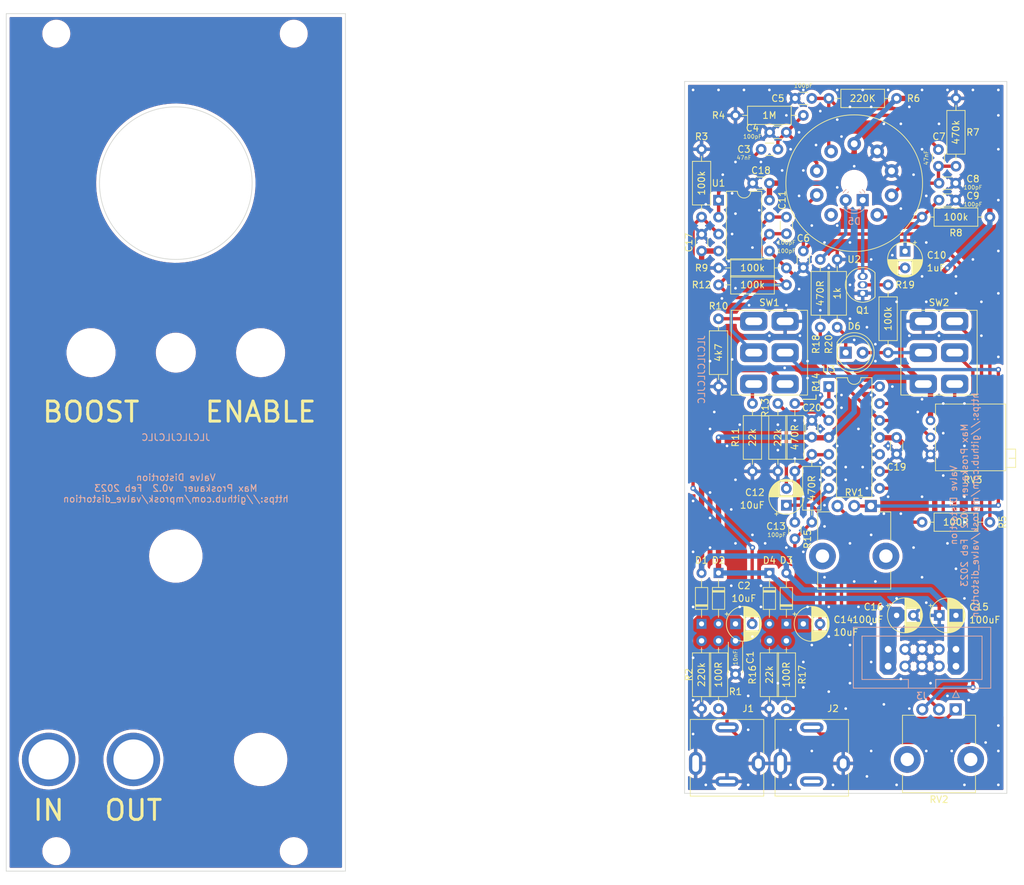
<source format=kicad_pcb>
(kicad_pcb (version 20211014) (generator pcbnew)
  (layers (0 "F.Cu" signal) (31 "B.Cu" signal) (34 "B.Paste" user) (35 "F.Paste" user) (36 "B.SilkS" user "B.Silkscreen") (37 "F.SilkS" user "F.Silkscreen") (38 "B.Mask" user) (39 "F.Mask" user) (44 "Edge.Cuts" user))
  (net 0 "")
  (net 1 "+12V")
  (net 2 "GND")
  (net 3 "-12V")
  (net 4 "/IN_FILTER")
  (net 5 "/IN_BUF_IN")
  (net 6 "/DIST_BUF_IN")
  (net 7 "/G1")
  (net 8 "/DIST_IN")
  (net 9 "/G2")
  (net 10 "/A1")
  (net 11 "/A2")
  (net 12 "/DIST_OUT")
  (net 13 "/DIST_BUF_FB")
  (net 14 "/VOL_IN")
  (net 15 "/OUT_FILTER")
  (net 16 "/INPUT")
  (net 17 "/VOL_BUF_IN")
  (net 18 "/K1")
  (net 19 "/GAIN")
  (net 20 "/VOL_OUT")
  (net 21 "/ENABLE")
  (net 22 "/VOL_INV_IN")
  (net 23 "/OUTPUT")
  (net 24 "/LED_EN_K")
  (net 26 "/BOOST_LOW")
  (net 27 "/BOOST_HIGH")
  (net 28 "/VOL_BUF_OUT")
  (net 29 "/OUT_SW")
  (net 30 "/K1_VOLTAGE")
  (net 31 "/LED_REF")
  (net 33 "/U2D_FB")
  (net 34 "/SIG_LED_K")
  (net 35 "/SIG_LED_A")
  (net 36 "/Q1_B")
  (net 37 "/SIG_COMP_OUT")
  (footprint "Package_DIP:DIP-8_W7.62mm" (layer "F.Cu") (at 158.27 66.63)
    (fp_text reference "U1")
    (fp_text value "NE5532")
  )
  (footprint "Potentiometer_THT:Potentiometer_TT_P0915N" (layer "F.Cu") (at 193.78 142.94 180)
    (fp_text reference "RV2")
    (fp_text value "100k LIN")
  )
  (footprint "Resistor_THT:R_Axial_DIN0207_L6.3mm_D2.5mm_P10.16mm_Horizontal" (layer "F.Cu") (at 165.88 132.66 -90)
    (fp_text reference "R16")
    (fp_text value "22k")
  )
  (footprint "Resistor_THT:R_Axial_DIN0207_L6.3mm_D2.5mm_P10.16mm_Horizontal" (layer "F.Cu") (at 155.72 69.16 90)
    (fp_text reference "R3")
    (fp_text value "100k")
  )
  (footprint "Capacitor_THT:C_Disc_D3.0mm_W1.6mm_P2.50mm" (layer "F.Cu") (at 172.23 51.38 180)
    (fp_text reference "C5")
    (fp_text value "100pF")
  )
  (footprint "kosmo-lib:Switch_DPDT" (layer "F.Cu") (at 191.28 89.48)
    (fp_text reference "SW2")
    (fp_text value "ENABLE")
  )
  (footprint "Capacitor_THT:C_Disc_D3.0mm_W1.6mm_P2.50mm" (layer "F.Cu") (at 170.96 74.24 -90)
    (fp_text reference "C6")
    (fp_text value "100pF")
  )
  (footprint "Resistor_THT:R_Axial_DIN0207_L6.3mm_D2.5mm_P10.16mm_Horizontal" (layer "F.Cu") (at 172.23 104.72 -90)
    (fp_text reference "R15")
    (fp_text value "470R")
  )
  (footprint "LED_THT:LED_D5.0mm" (layer "F.Cu") (at 177.31 89.48)
    (fp_text reference "D6")
    (fp_text value "ENABLE" hide)
  )
  (footprint "Package_DIP:DIP-14_W7.62mm" (layer "F.Cu") (at 174.77 94.56)
    (fp_text reference "U3")
    (fp_text value "TL074")
  )
  (footprint "Diode_THT:D_DO-34_SOD68_P7.62mm_Horizontal" (layer "F.Cu") (at 165.88 122.5 -90)
    (fp_text reference "D4")
    (fp_text value "1N4148" hide)
  )
  (footprint "Capacitor_THT:C_Disc_D3.0mm_W1.6mm_P2.50mm" (layer "F.Cu") (at 172.23 102.14 90)
    (fp_text reference "C20")
    (fp_text value "0.1uF" hide)
  )
  (footprint "Resistor_THT:R_Axial_DIN0207_L6.3mm_D2.5mm_P10.16mm_Horizontal" (layer "F.Cu") (at 168.43 76.78 180)
    (fp_text reference "R9")
    (fp_text value "100k")
  )
  (footprint "Resistor_THT:R_Axial_DIN0207_L6.3mm_D2.5mm_P10.16mm_Horizontal" (layer "F.Cu") (at 198.9 69.16 180)
    (fp_text reference "R8")
    (fp_text value "100k")
  )
  (footprint "Capacitor_THT:C_Disc_D3.0mm_W1.6mm_P2.50mm" (layer "F.Cu") (at 168.42 56.46 180)
    (fp_text reference "C4")
    (fp_text value "100pF")
  )
  (footprint "Resistor_THT:R_Axial_DIN0207_L6.3mm_D2.5mm_P10.16mm_Horizontal" (layer "F.Cu") (at 158.26 142.82 90)
    (fp_text reference "R1")
    (fp_text value "100R")
  )
  (footprint "Capacitor_THT:C_Disc_D4.3mm_W1.9mm_P5.00mm" (layer "F.Cu") (at 160.8 132.66 -90)
    (fp_text reference "C1")
    (fp_text value "10nF")
  )
  (footprint "Resistor_THT:R_Axial_DIN0207_L6.3mm_D2.5mm_P10.16mm_Horizontal" (layer "F.Cu") (at 183.66 79.32 -90)
    (fp_text reference "R19")
    (fp_text value "100k")
  )
  (footprint "kosmo-lib:Hole_Toggle_Switch" (layer "F.Cu") (at 64.28 89.48)
    (fp_text reference "H6" hide)
    (fp_text value "Switch")
  )
  (footprint "Diode_THT:D_DO-34_SOD68_P7.62mm_Horizontal" (layer "F.Cu") (at 158.26 122.495 -90)
    (fp_text reference "D2")
    (fp_text value "1N4148" hide)
  )
  (footprint "Resistor_THT:R_Axial_DIN0207_L6.3mm_D2.5mm_P10.16mm_Horizontal" (layer "F.Cu") (at 176.04 85.67 90)
    (fp_text reference "R20")
    (fp_text value "1k")
  )
  (footprint "Capacitor_THT:CP_Radial_D5.0mm_P2.50mm" (layer "F.Cu") (at 184.93 128.85)
    (fp_text reference "C16")
    (fp_text value "100uF")
  )
  (footprint "Resistor_THT:R_Axial_DIN0207_L6.3mm_D2.5mm_P10.16mm_Horizontal" (layer "F.Cu") (at 167.15 97.1 -90)
    (fp_text reference "R13")
    (fp_text value "22k")
  )
  (footprint "MountingHole:MountingHole_3.2mm_M3" (layer "F.Cu") (at 59.08 41.68)
    (fp_text reference "H3")
    (fp_text value "3.2mm Mounting Hole")
  )
  (footprint "Capacitor_THT:C_Disc_D3.0mm_W1.6mm_P2.50mm" (layer "F.Cu") (at 191.28 64.08)
    (fp_text reference "C8")
    (fp_text value "100pF")
  )
  (footprint "Package_TO_SOT_THT:TO-92_Inline" (layer "F.Cu") (at 179.85 80.59 90)
    (fp_text reference "Q1")
    (fp_text value "2N3904" hide)
  )
  (footprint "kosmo-lib:Hole_Jack_3.5mm" (layer "F.Cu") (at 70.63 150.44)
    (fp_text reference "H12")
    (fp_text value "Jack")
  )
  (footprint "kosmo-lib:Hole_LED_3mm" (layer "F.Cu") (at 178.58 64.08)
    (fp_text reference "H1" hide)
    (fp_text value "LED 3mm")
  )
  (footprint "Resistor_THT:R_Axial_DIN0207_L6.3mm_D2.5mm_P10.16mm_Horizontal" (layer "F.Cu") (at 168.42 132.66 -90)
    (fp_text reference "R17")
    (fp_text value "100R")
  )
  (footprint "Capacitor_THT:CP_Radial_D5.0mm_P2.50mm" (layer "F.Cu") (at 186.2 74.28 -90)
    (fp_text reference "C10")
    (fp_text value "1uF")
  )
  (footprint "Resistor_THT:R_Axial_DIN0207_L6.3mm_D2.5mm_P10.16mm_Horizontal" (layer "F.Cu") (at 198.9 114.88 180)
    (fp_text reference "R5")
    (fp_text value "100R")
  )
  (footprint "kosmo-lib:Hole_Pot" (layer "F.Cu") (at 76.98 119.96)
    (fp_text reference "H9" hide)
    (fp_text value "Pot")
  )
  (footprint "kosmo-lib:Hole_LED_5mm" (layer "F.Cu") (at 76.98 89.48)
    (fp_text reference "H8" hide)
    (fp_text value "LED 5mm")
  )
  (footprint "Capacitor_THT:C_Disc_D3.0mm_W1.6mm_P2.50mm" (layer "F.Cu") (at 155.73 71.74 -90)
    (fp_text reference "C17")
    (fp_text value "0.1uF" hide)
  )
  (footprint "MountingHole:MountingHole_3.2mm_M3" (layer "F.Cu") (at 94.64 164.18)
    (fp_text reference "H5")
    (fp_text value "3.2mm Mounting Hole")
  )
  (footprint "kosmo-lib:Jack_3.5mm_QingPu_WQP-PJ301BM" (layer "F.Cu") (at 159.53 150.44)
    (fp_text reference "J1")
    (fp_text value "INPUT")
  )
  (footprint "Resistor_THT:R_Axial_DIN0207_L6.3mm_D2.5mm_P10.16mm_Horizontal" (layer "F.Cu") (at 184.93 51.38 180)
    (fp_text reference "R6")
    (fp_text value "220K")
  )
  (footprint "Potentiometer_THT:Potentiometer_TT_P0915N" (layer "F.Cu") (at 181.08 112.46 180)
    (fp_text reference "RV1")
    (fp_text value "100k LIN")
  )
  (footprint "Resistor_THT:R_Axial_DIN0207_L6.3mm_D2.5mm_P10.16mm_Horizontal" (layer "F.Cu") (at 163.34 97.1 -90)
    (fp_text reference "R11")
    (fp_text value "22k")
  )
  (footprint "Capacitor_THT:C_Disc_D3.0mm_W1.6mm_P2.50mm" (layer "F.Cu") (at 191.2 61.54 90)
    (fp_text reference "C7")
    (fp_text value "47nF")
  )
  (footprint "Capacitor_THT:C_Disc_D3.0mm_W1.6mm_P2.50mm" (layer "F.Cu") (at 167.15 59 180)
    (fp_text reference "C3")
    (fp_text value "47nF")
  )
  (footprint "kosmo-lib:Hole_Jack_3.5mm" (layer "F.Cu") (at 57.93 150.44)
    (fp_text reference "H11")
    (fp_text value "Jack")
  )
  (footprint "Capacitor_THT:C_Disc_D3.0mm_W1.6mm_P2.50mm" (layer "F.Cu") (at 184.93 104.68 90)
    (fp_text reference "C19")
    (fp_text value "0.1uF" hide)
  )
  (footprint "kosmo-lib:Jack_3.5mm_QingPu_WQP-PJ301BM" (layer "F.Cu") (at 172.23 150.44)
    (fp_text reference "J2")
    (fp_text value "OUTPUT")
  )
  (footprint "Capacitor_THT:C_Disc_D3.0mm_W1.6mm_P2.50mm" (layer "F.Cu") (at 191.28 66.62)
    (fp_text reference "C9")
    (fp_text value "100pF")
  )
  (footprint "Capacitor_THT:C_Disc_D3.0mm_W1.6mm_P2.50mm" (layer "F.Cu") (at 168.43 69.16 -90)
    (fp_text reference "C11")
    (fp_text value "100pF")
  )
  (footprint "Resistor_THT:R_Axial_DIN0207_L6.3mm_D2.5mm_P10.16mm_Horizontal" (layer "F.Cu") (at 155.72 132.66 -90)
    (fp_text reference "R2")
    (fp_text value "220k")
  )
  (footprint "Capacitor_THT:CP_Radial_D5.0mm_P2.50mm" (layer "F.Cu") (at 168.42 112.34 90)
    (fp_text reference "C12")
    (fp_text value "10uF")
  )
  (footprint "kosmo-lib:Hole_Toggle_Switch" (layer "F.Cu") (at 89.68 89.48)
    (fp_text reference "H7" hide)
    (fp_text value "Switch")
  )
  (footprint "kosmo-lib:Switch_DPDT" (layer "F.Cu") (at 165.88 89.48)
    (fp_text reference "SW1")
    (fp_text value "BOOST")
  )
  (footprint "Capacitor_THT:CP_Radial_D5.0mm_P2.50mm" (layer "F.Cu") (at 191.32 128.85)
    (fp_text reference "C15")
    (fp_text value "100uF")
  )
  (footprint "Resistor_THT:R_Axial_DIN0207_L6.3mm_D2.5mm_P10.16mm_Horizontal" (layer "F.Cu") (at 173.5 85.67 90)
    (fp_text reference "R18")
    (fp_text value "470R")
  )
  (footprint "kosmo-lib:Potentiometer_Trim_Horizontal" (layer "F.Cu") (at 190.01 102.18 180)
    (fp_text reference "RV3")
    (fp_text value "200k" hide)
  )
  (footprint "Diode_THT:D_DO-34_SOD68_P7.62mm_Horizontal" (layer "F.Cu") (at 155.72 130.12 90)
    (fp_text reference "D1")
    (fp_text value "1N4148" hide)
  )
  (footprint "MountingHole:MountingHole_3.2mm_M3" (layer "F.Cu") (at 94.64 41.68)
    (fp_text reference "H4")
    (fp_text value "3.2mm Mounting Hole")
  )
  (footprint "Resistor_THT:R_Axial_DIN0207_L6.3mm_D2.5mm_P10.16mm_Horizontal" (layer "F.Cu") (at 170.96 53.92 180)
    (fp_text reference "R4")
    (fp_text value "1M")
  )
  (footprint "Resistor_THT:R_Axial_DIN0207_L6.3mm_D2.5mm_P10.16mm_Horizontal" (layer "F.Cu") (at 168.43 79.32 180)
    (fp_text reference "R12")
    (fp_text value "100k")
  )
  (footprint "Capacitor_THT:C_Disc_D3.0mm_W1.6mm_P2.50mm" (layer "F.Cu") (at 165.88 64.08 180)
    (fp_text reference "C18")
    (fp_text value "0.1uF" hide)
  )
  (footprint "Capacitor_THT:CP_Radial_D5.0mm_P2.50mm" (layer "F.Cu") (at 170.96 130.12)
    (fp_text reference "C14")
    (fp_text value "10uF")
  )
  (footprint "Capacitor_THT:CP_Radial_D5.0mm_P2.50mm" (layer "F.Cu") (at 160.8 130.12)
    (fp_text reference "C2")
    (fp_text value "10uF")
  )
  (footprint "Resistor_THT:R_Axial_DIN0207_L6.3mm_D2.5mm_P10.16mm_Horizontal" (layer "F.Cu") (at 158.26 84.4 -90)
    (fp_text reference "R10")
    (fp_text value "4k7")
  )
  (footprint "Capacitor_THT:C_Disc_D3.0mm_W1.6mm_P2.50mm" (layer "F.Cu") (at 169.69 117.38 90)
    (fp_text reference "C13")
    (fp_text value "100pF")
  )
  (footprint "Resistor_THT:R_Axial_DIN0207_L6.3mm_D2.5mm_P10.16mm_Horizontal" (layer "F.Cu") (at 169.69 97.1 -90)
    (fp_text reference "R14")
    (fp_text value "470R")
  )
  (footprint "Resistor_THT:R_Axial_DIN0207_L6.3mm_D2.5mm_P10.16mm_Horizontal" (layer "F.Cu") (at 193.82 61.54 90)
    (fp_text reference "R7")
    (fp_text value "470k")
  )
  (footprint "Diode_THT:D_DO-34_SOD68_P7.62mm_Horizontal" (layer "F.Cu") (at 168.42 130.12 90)
    (fp_text reference "D3")
    (fp_text value "1N4148" hide)
  )
  (footprint "Valve:Valve_ECC-83-1" (layer "F.Cu") (at 182.03 68.83)
    (fp_text reference "U2")
    (fp_text value "12AX7" hide)
  )
  (footprint "kosmo-lib:Hole_Pot" (layer "F.Cu") (at 89.68 150.44)
    (fp_text reference "H10" hide)
    (fp_text value "Pot")
  )
  (footprint "MountingHole:MountingHole_3.2mm_M3" (layer "F.Cu") (at 59.08 164.18)
    (fp_text reference "H2" hide)
    (fp_text value "3.2mm Mounting Hole")
  )
  (footprint "Connector_IDC:IDC-Header_2x05_P2.54mm_Vertical" (layer "B.Cu") (at 193.82 136.47 90)
    (fp_text reference "J3")
    (fp_text value "Euro Power")
  )
  (footprint "LED_THT:LED_D3.0mm_Clear" (layer "B.Cu") (at 179.85 66.62 180)
    (fp_text reference "D5")
    (fp_text value "NTE30033")
  )
  (gr_line (start 172.865 95.83) (end 172.865 96.465) (layer "F.SilkS") (width 0.15))
  (gr_line (start 172.865 96.465) (end 170.96 96.465) (layer "F.SilkS") (width 0.15))
  (gr_line (start 201.44 155.52) (end 201.44 48.84) (layer "Edge.Cuts") (width 0.1))
  (gr_line (start 51.58 38.68) (end 51.58 167.18) (layer "Edge.Cuts") (width 0.1))
  (gr_line (start 102.38 38.68) (end 102.38 167.18) (layer "Edge.Cuts") (width 0.1))
  (gr_line (start 102.38 167.18) (end 51.58 167.18) (layer "Edge.Cuts") (width 0.1))
  (gr_line (start 51.58 38.68) (end 102.38 38.68) (layer "Edge.Cuts") (width 0.1))
  (gr_circle (center 76.98 64.08) (end 88.41 64.08) (layer "Edge.Cuts") (width 0.1) (fill none))
  (gr_line (start 153.18 48.84) (end 153.18 155.52) (layer "Edge.Cuts") (width 0.1))
  (gr_line (start 153.18 48.84) (end 201.44 48.84) (layer "Edge.Cuts") (width 0.1))
  (gr_line (start 153.18 155.52) (end 201.44 155.52) (layer "Edge.Cuts") (width 0.1))
  (gr_text "JLCJLCJLCJLC" (at 155.72 92.02 90) (layer "B.SilkS") (effects (font (size 1 1)) (justify mirror)))
  (gr_text "JLCJLCJLCJLC" (at 76.98 102.18) (layer "B.SilkS") (effects (font (size 1 1)) (justify mirror)))
  (gr_text "Valve Distortion\nMax Proskauer  v0.2  Feb 2023\nhttps://github.com/mprosk/valve_distortion" (at 76.98 109.8) (layer "B.SilkS") (effects (font (size 1 1)) (justify mirror)))
  (gr_text "Valve Distortion\nMax Proskauer  v0.2  Feb 2023\nhttps://github.com/mprosk/valve_distortion" (at 195.09 112.34 90) (layer "B.SilkS") (effects (font (size 1 1)) (justify mirror)))
  (gr_text "IN" (at 57.93 158.06) (layer "F.SilkS") (effects (font (size 3 3) (thickness 0.45))))
  (gr_text "ENABLE" (at 89.68 98.37) (layer "F.SilkS") (effects (font (size 3 3) (thickness 0.45))))
  (gr_text "OUT" (at 70.63 158.06) (layer "F.SilkS") (effects (font (size 3 3) (thickness 0.45))))
  (gr_text "BOOST" (at 64.28 98.37) (layer "F.SilkS") (effects (font (size 3 3) (thickness 0.45))))
  (segment (start 158.26 102.18) (end 158.26 122.495) (width 0.8) (layer "F.Cu") (net 1))
  (segment (start 190.01 95.2585) (end 188.9305 94.179) (width 0.8) (layer "F.Cu") (net 1))
  (segment (start 165.89 66.63) (end 165.89 64.09) (width 0.8) (layer "F.Cu") (net 1))
  (segment (start 165.89 64.09) (end 165.88 64.08) (width 0.8) (layer "F.Cu") (net 1))
  (segment (start 184.93 51.38) (end 190.01 51.38) (width 0.8) (layer "F.Cu") (net 1))
  (segment (start 174.115426 64.08) (end 165.88 64.08) (width 0.8) (layer "F.Cu") (net 1))
  (segment (start 188.9305 94.179) (end 185.565 90.8135) (width 0.8) (layer "F.Cu") (net 1))
  (segment (start 185.565 90.8135) (end 185.565 87.575) (width 0.8) (layer "F.Cu") (net 1))
  (segment (start 190.01 99.64) (end 190.01 95.2585) (width 0.8) (layer "F.Cu") (net 1))
  (segment (start 190.01 51.38) (end 198.9 60.27) (width 0.8) (layer "F.Cu") (net 1))
  (segment (start 178.58 58.18) (end 178.58 59.615426) (width 0.8) (layer "F.Cu") (net 1))
  (segment (start 178.58 59.615426) (end 174.115426 64.08) (width 0.8) (layer "F.Cu") (net 1))
  (segment (start 198.9 60.27) (end 198.9 69.16) (width 0.8) (layer "F.Cu") (net 1))
  (segment (start 185.565 87.575) (end 185.565 83.765) (width 0.8) (layer "F.Cu") (net 1))
  (segment (start 185.565 83.765) (end 192.55 76.78) (width 0.8) (layer "F.Cu") (net 1))
  (segment (start 174.78 102.235) (end 172.23 102.235) (width 0.8) (layer "F.Cu") (net 1))
  (via (at 158.26 102.18) (size 0.8) (drill 0.4) (layers "F.Cu" "B.Cu") (net 1))
  (via (at 192.55 76.78) (size 0.8) (drill 0.4) (layers "F.Cu" "B.Cu") (net 1))
  (segment (start 158.26 122.495) (end 165.875 122.495) (width 0.8) (layer "B.Cu") (net 1))
  (segment (start 178.58 96.390791) (end 178.58 98.37) (width 0.8) (layer "B.Cu") (net 1))
  (segment (start 182.39 126.31) (end 169.69 126.31) (width 0.8) (layer "B.Cu") (net 1))
  (segment (start 192.55 76.78) (end 198.9 70.43) (width 0.8) (layer "B.Cu") (net 1))
  (segment (start 169.69 126.31) (end 165.88 122.5) (width 0.8) (layer "B.Cu") (net 1))
  (segment (start 178.58 98.37) (end 174.77 102.18) (width 0.8) (layer "B.Cu") (net 1))
  (segment (start 188.9305 94.179) (end 187.911989 93.160489) (width 0.8) (layer "B.Cu") (net 1))
  (segment (start 187.911989 93.160489) (end 181.810302 93.160489) (width 0.8) (layer "B.Cu") (net 1))
  (segment (start 178.58 57.73) (end 178.58 58.18) (width 0.8) (layer "B.Cu") (net 1))
  (segment (start 158.3 102.14) (end 158.26 102.18) (width 0.8) (layer "B.Cu") (net 1))
  (segment (start 198.9 70.43) (end 198.9 69.16) (width 0.8) (layer "B.Cu") (net 1))
  (segment (start 184.93 51.38) (end 178.58 57.73) (width 0.8) (layer "B.Cu") (net 1))
  (segment (start 184.93 128.85) (end 182.39 126.31) (width 0.8) (layer "B.Cu") (net 1))
  (segment (start 181.810302 93.160489) (end 178.58 96.390791) (width 0.8) (layer "B.Cu") (net 1))
  (segment (start 165.875 122.495) (end 165.88 122.5) (width 0.8) (layer "B.Cu") (net 1))
  (segment (start 172.23 102.14) (end 158.3 102.14) (width 0.8) (layer "B.Cu") (net 1))
  (via (at 181.12 116.785) (size 0.8) (drill 0.4) (layers "F.Cu" "B.Cu") (net 2))
  (via (at 154.45 50.11) (size 0.8) (drill 0.4) (layers "F.Cu" "B.Cu") (net 2))
  (via (at 169.055 145.995) (size 0.8) (drill 0.4) (layers "F.Cu" "B.Cu") (net 2))
  (via (at 176.04 54.555) (size 0.8) (drill 0.4) (layers "F.Cu" "B.Cu") (net 2))
  (via (at 188.105 98.37) (size 0.8) (drill 0.4) (layers "F.Cu" "B.Cu") (net 2))
  (via (at 168.42 118.69) (size 0.8) (drill 0.4) (layers "F.Cu" "B.Cu") (net 2))
  (via (at 171.595 127.58) (size 0.8) (drill 0.4) (layers "F.Cu" "B.Cu") (net 2))
  (via (at 161.435 100.275) (size 0.8) (drill 0.4) (layers "F.Cu" "B.Cu") (net 2))
  (via (at 160.165 124.405) (size 0.8) (drill 0.4) (layers "F.Cu" "B.Cu") (net 2))
  (via (at 159.53 103.45) (size 0.8) (drill 0.4) (layers "F.Cu" "B.Cu") (net 2))
  (via (at 173.5 105.99) (size 0.8) (drill 0.4) (layers "F.Cu" "B.Cu") (net 2))
  (via (at 154.45 135.2) (size 0.8) (drill 0.4) (layers "F.Cu" "B.Cu") (net 2))
  (via (at 177.945 79.32) (size 0.8) (drill 0.4) (layers "F.Cu" "B.Cu") (net 2))
  (via (at 177.945 118.055) (size 0.8) (drill 0.4) (layers "F.Cu" "B.Cu") (net 2))
  (via (at 160.165 112.975) (size 0.8) (drill 0.4) (layers "F.Cu" "B.Cu") (net 2))
  (via (at 188.74 78.05) (size 0.8) (drill 0.4) (layers "F.Cu" "B.Cu") (net 2))
  (via (at 184.93 81.86) (size 0.8) (drill 0.4) (layers "F.Cu" "B.Cu") (net 2))
  (via (at 188.74 50.11) (size 0.8) (drill 0.4) (layers "F.Cu" "B.Cu") (net 2))
  (via (at 173.5 53.285) (size 0.8) (drill 0.4) (layers "F.Cu" "B.Cu") (net 2))
  (via (at 158.26 50.11) (size 0.8) (drill 0.4) (layers "F.Cu" "B.Cu") (net 2))
  (via (at 186.835 86.94) (size 0.8) (drill 0.4) (layers "F.Cu" "B.Cu") (net 2))
  (via (at 154.45 141.55) (size 0.8) (drill 0.4) (layers "F.Cu" "B.Cu") (net 2))
  (via (at 177.945 72.97) (size 0.8) (drill 0.4) (layers "F.Cu" "B.Cu") (net 2))
  (via (at 184.295 94.56) (size 0.8) (drill 0.4) (layers "F.Cu" "B.Cu") (net 2))
  (via (at 171.595 93.29) (size 0.8) (drill 0.4) (layers "F.Cu" "B.Cu") (net 2))
  (via (at 189.375 65.985) (size 0.8) (drill 0.4) (layers "F.Cu" "B.Cu") (net 2))
  (via (at 179.85 50.11) (size 0.8) (drill 0.4) (layers "F.Cu" "B.Cu") (net 2))
  (via (at 193.82 78.05) (size 0.8) (drill 0.4) (layers "F.Cu" "B.Cu") (net 2))
  (via (at 174.135 123.135) (size 0.8) (drill 0.4) (layers "F.Cu" "B.Cu") (net 2))
  (via (at 170.96 119.325) (size 0.8) (drill 0.4) (layers "F.Cu" "B.Cu") (net 2))
  (via (at 160.292 65.604) (size 0.8) (drill 0.4) (layers "F.Cu" "B.Cu") (net 2))
  (via (at 176.04 70.43) (size 0.8) (drill 0.4) (layers "F.Cu" "B.Cu") (net 2))
  (via (at 181.12 149.17) (size 0.8) (drill 0.4) (layers "F.Cu" "B.Cu") (net 2))
  (via (at 176.675 57.095) (size 0.8) (drill 0.4) (layers "F.Cu" "B.Cu") (net 2))
  (via (at 179.215 100.91) (size 0.8) (drill 0.4) (layers "F.Cu" "B.Cu") (net 2))
  (via (at 168.42 53.92) (size 0.8) (drill 0.4) (layers "F.Cu" "B.Cu") (net 2))
  (via (at 177.945 139.01) (size 0.8) (drill 0.4) (layers "F.Cu" "B.Cu") (net 2))
  (via (at 176.675 95.83) (size 0.8) (drill 0.4) (layers "F.Cu" "B.Cu") (net 2))
  (via (at 184.93 154.25) (size 0.8) (drill 0.4) (layers "F.Cu" "B.Cu") (net 2))
  (via (at 169.055 59) (size 0.8) (drill 0.4) (layers "F.Cu" "B.Cu") (net 2))
  (via (at 177.945 84.4) (size 0.8) (drill 0.4) (layers "F.Cu" "B.Cu") (net 2))
  (via (at 184.295 74.875) (size 0.8) (drill 0.4) (layers "F.Cu" "B.Cu") (net 2))
  (via (at 169.055 154.25) (size 0.8) (drill 0.4) (layers "F.Cu" "B.Cu") (net 2))
  (via (at 158.768 81.352) (size 0.8) (drill 0.4) (layers "F.Cu" "B.Cu") (net 2))
  (via (at 188.74 96.465) (size 0.8) (drill 0.4) (layers "F.Cu" "B.Cu") (net 2))
  (via (at 189.375 126.945) (size 0.8) (drill 0.4) (layers "F.Cu" "B.Cu") (net 2))
  (via (at 176.04 50.11) (size 0.8) (drill 0.4) (layers "F.Cu" "B.Cu") (net 2))
  (via (at 177.31 142.82) (size 0.8) (drill 0.4) (layers "F.Cu" "B.Cu") (net 2))
  (via (at 169.69 105.355) (size 0.8) (drill 0.4) (layers "F.Cu" "B.Cu") (net 2))
  (via (at 183.66 103.45) (size 0.8) (drill 0.4) (layers "F.Cu" "B.Cu") (net 2))
  (via (at 161.435 127.58) (size 0.8) (drill 0.4) (layers "F.Cu" "B.Cu") (net 2))
  (via (at 195.725 141.55) (size 0.8) (drill 0.4) (layers "F.Cu" "B.Cu") (net 2))
  (via (at 162.07 50.11) (size 0.8) (drill 0.4) (layers "F.Cu" "B.Cu") (net 2))
  (via (at 192.55 140.915) (size 0.8) (drill 0.4) (layers "F.Cu" "B.Cu") (net 2))
  (via (at 183.025 55.19) (size 0.8) (drill 0.4) (layers "F.Cu" "B.Cu") (net 2))
  (via (at 160.8 68.652) (size 0.8) (drill 0.4) (layers "F.Cu" "B.Cu") (net 2))
  (via (at 173.5 108.53) (size 0.8) (drill 0.4) (layers "F.Cu" "B.Cu") (net 2))
  (via (at 154.45 127.58) (size 0.8) (drill 0.4) (layers "F.Cu" "B.Cu") (net 2))
  (via (at 197.63 86.94) (size 0.8) (drill 0.4) (layers "F.Cu" "B.Cu") (net 2))
  (via (at 188.74 59) (size 0.8) (drill 0.4) (layers "F.Cu" "B.Cu") (net 2))
  (via (at 193.185 149.17) (size 0.8) (drill 0.4) (layers "F.Cu" "B.Cu") (net 2))
  (via (at 167.15 139.01) (size 0.8) (drill 0.4) (layers "F.Cu" "B.Cu") (net 2))
  (via (at 156.99 114.245) (size 0.8) (drill 0.4) (layers "F.Cu" "B.Cu") (net 2))
  (via (at 159.784 75.764) (size 0.8) (drill 0.4) (layers "F.Cu" "B.Cu") (net 2))
  (via (at 196.36 75.51) (size 0.8) (drill 0.4) (layers "F.Cu" "B.Cu") (net 2))
  (via (at 158.895 62.81) (size 0.8) (drill 0.4) (layers "F.Cu" "B.Cu") (net 2))
  (via (at 173.5 83.13) (size 0.8) (drill 0.4) (layers "F.Cu" "B.Cu") (net 2))
  (via (at 156.99 110.435) (size 0.8) (drill 0.4) (layers "F.Cu" "B.Cu") (net 2))
  (via (at 181.12 95.83) (size 0.8) (drill 0.4) (layers "F.Cu" "B.Cu") (net 2))
  (via (at 163.34 73.732) (size 0.8) (drill 0.4) (layers "F.Cu" "B.Cu") (net 2))
  (via (at 200.17 59) (size 0.8) (drill 0.4) (layers "F.Cu" "B.Cu") (net 2))
  (via (at 172.23 133.295) (size 0.8) (drill 0.4) (layers "F.Cu" "B.Cu") (net 2))
  (via (at 193.82 121.865) (size 0.8) (drill 0.4) (layers "F.Cu" "B.Cu") (net 2))
  (via (at 173.5 95.83) (size 0.8) (drill 0.4) (layers "F.Cu" "B.Cu") (net 2))
  (via (at 174.77 76.78) (size 0.8) (drill 0.4) (layers "F.Cu" "B.Cu") (net 2))
  (via (at 200.17 80.59) (size 0.8) (drill 0.4) (layers "F.Cu" "B.Cu") (net 2))
  (via (at 168.166 91.766) (size 0.8) (drill 0.4) (layers "F.Cu" "B.Cu") (net 2))
  (via (at 183.66 50.11) (size 0.8) (drill 0.4) (layers "F.Cu" "B.Cu") (net 2))
  (via (at 168.42 82.368) (size 0.8) (drill 0.4) (layers "F.Cu" "B.Cu") (net 2))
  (via (at 170.96 135.835) (size 0.8) (drill 0.4) (layers "F.Cu" "B.Cu") (net 2))
  (via (at 191.28 86.94) (size 0.8) (drill 0.4) (layers "F.Cu" "B.Cu") (net 2))
  (via (at 176.04 64.715) (size 0.8) (drill 0.4) (layers "F.Cu" "B.Cu") (net 2))
  (via (at 185.565 138.375) (size 0.8) (drill 0.4) (layers "F.Cu" "B.Cu") (net 2))
  (via (at 157.625 98.37) (size 0.8) (drill 0.4) (layers "F.Cu" "B.Cu") (net 2))
  (via (at 165.88 86.94) (size 0.8) (drill 0.4) (layers "F.Cu" "B.Cu") (net 2))
  (via (at 176.04 103.45) (size 0.8) (drill 0.4) (layers "F.Cu" "B.Cu") (net 2))
  (via (at 163.34 116.785) (size 0.8) (drill 0.4) (layers "F.Cu" "B.Cu") (net 2))
  (via (at 184.93 126.31) (size 0.8) (drill 0.4) (layers "F.Cu" "B.Cu") (net 2))
  (via (at 172.23 149.17) (size 0.8) (drill 0.4) (layers "F.Cu" "B.Cu") (net 2))
  (via (at 195.09 111.07) (size 0.8) (drill 0.4) (layers "F.Cu" "B.Cu") (net 2))
  (via (at 188.74 123.135) (size 0.8) (drill 0.4) (layers "F.Cu" "B.Cu") (net 2))
  (via (at 172.23 70.43) (size 0.8) (drill 0.4) (layers "F.Cu" "B.Cu") (net 2))
  (via (at 156.355 154.25) (size 0.8) (drill 0.4) (layers "F.Cu" "B.Cu") (net 2))
  (via (at 186.835 52.65) (size 0.8) (drill 0.4) (layers "F.Cu" "B.Cu") (net 2))
  (via (at 160.8 108.53) (size 0.8) (drill 0.4) (layers "F.Cu" "B.Cu") (net 2))
  (via (at 170.96 62.175) (size 0.8) (drill 0.4) (layers "F.Cu" "B.Cu") (net 2))
  (via (at 189.375 149.17) (size 0.8) (drill 0.4) (layers "F.Cu" "B.Cu") (net 2))
  (via (at 200.17 154.25) (size 0.8) (drill 0.4) (layers "F.Cu" "B.Cu") (net 2))
  (via (at 181.12 75.51) (size 0.8) (drill 0.4) (layers "F.Cu" "B.Cu") (net 2))
  (via (at 178.58 61.54) (size 0.8) (drill 0.4) (layers "F.Cu" "B.Cu") (net 2))
  (via (at 167.15 104.085) (size 0.8) (drill 0.4) (layers "F.Cu" "B.Cu") (net 2))
  (via (at 198.265 147.9) (size 0.8) (drill 0.4) (layers "F.Cu" "B.Cu") (net 2))
  (via (at 170.96 139.645) (size 0.8) (drill 0.4) (layers "F.Cu" "B.Cu") (net 2))
  (via (at 189.375 72.97) (size 0.8) (drill 0.4) (layers "F.Cu" "B.Cu") (net 2))
  (via (at 167.15 100.275) (size 0.8) (drill 0.4) (layers "F.Cu" "B.Cu") (net 2))
  (via (at 163.34 132.025) (size 0.8) (drill 0.4) (layers "F.Cu" "B.Cu") (net 2))
  (via (at 181.12 103.45) (size 0.8) (drill 0.4) (layers "F.Cu" "B.Cu") (net 2))
  (via (at 177.31 108.53) (size 0.8) (drill 0.4) (layers "F.Cu" "B.Cu") (net 2))
  (via (at 200.17 66.62) (size 0.8) (drill 0.4) (layers "F.Cu" "B.Cu") (net 2))
  (via (at 196.36 50.11) (size 0.8) (drill 0.4) (layers "F.Cu" "B.Cu") (net 2))
  (via (at 200.17 90.115) (size 0.8) (drill 0.4) (layers "F.Cu" "B.Cu") (net 2))
  (via (at 179.85 106.625) (size 0.8) (drill 0.4) (layers "F.Cu" "B.Cu") (net 2))
  (via (at 165.245 118.055) (size 0.8) (drill 0.4) (layers "F.Cu" "B.Cu") (net 2))
  (via (at 154.45 119.325) (size 0.8) (drill 0.4) (layers "F.Cu" "B.Cu") (net 2))
  (via (at 183.025 113.61) (size 0.8) (drill 0.4) (layers "F.Cu" "B.Cu") (net 2))
  (via (at 180.485 109.8) (size 0.8) (drill 0.4) (layers "F.Cu" "B.Cu") (net 2))
  (via (at 154.45 146.63) (size 0.8) (drill 0.4) (layers "F.Cu" "B.Cu") (net 2))
  (via (at 183.025 142.185) (size 0.8) (drill 0.4) (layers "F.Cu" "B.Cu") (net 2))
  (via (at 189.375 81.86) (size 0.8) (drill 0.4) (layers "F.Cu" "B.Cu") (net 2))
  (via (at 191.915 97.1) (size 0.8) (drill 0.4) (layers "F.Cu" "B.Cu") (net 2))
  (via (at 156.99 100.91) (size 0.8) (drill 0.4) (layers "F.Cu" "B.Cu") (net 2))
  (via (at 195.09 114.88) (size 0.8) (drill 0.4) (layers "F.Cu" "B.Cu") (net 2))
  (via (at 174.135 72.97) (size 0.8) (drill 0.4) (layers "F.Cu" "B.Cu") (net 2))
  (via (at 156.99 90.75) (size 0.8) (drill 0.4) (layers "F.Cu" "B.Cu") (net 2))
  (via (at 162.705 154.25) (size 0.8) (drill 0.4) (layers "F.Cu" "B.Cu") (net 2))
  (via (at 167.15 72.97) (size 0.8) (drill 0.4) (layers "F.Cu" "B.Cu") (net 2))
  (via (at 191.915 107.895) (size 0.8) (drill 0.4) (layers "F.Cu" "B.Cu") (net 2))
  (via (at 162.705 145.995) (size 0.8) (drill 0.4) (layers "F.Cu" "B.Cu") (net 2))
  (via (at 195.09 126.31) (size 0.8) (drill 0.4) (layers "F.Cu" "B.Cu") (net 2))
  (via (at 162.832 82.368) (size 0.8) (drill 0.4) (layers "F.Cu" "B.Cu") (net 2))
  (via (at 171.595 90.75) (size 0.8) (drill 0.4) (layers "F.Cu" "B.Cu") (net 2))
  (via (at 170.96 50.11) (size 0.8) (drill 0.4) (layers "F.Cu" "B.Cu") (net 2))
  (via (at 164.61 124.405) (size 0.8) (drill 0.4) (layers "F.Cu" "B.Cu") (net 2))
  (via (at 183.66 111.07) (size 0.8) (drill 0.4) (layers "F.Cu" "B.Cu") (net 2))
  (via (at 169.69 99.64) (size 0.8) (drill 0.4) (layers "F.Cu" "B.Cu") (net 2))
  (via (at 178.58 87.575) (size 0.8) (drill 0.4) (layers "F.Cu" "B.Cu") (net 2))
  (via (at 174.77 132.025) (size 0.8) (drill 0.4) (layers "F.Cu" "B.Cu") (net 2))
  (via (at 179.215 127.58) (size 0.8) (drill 0.4) (layers "F.Cu" "B.Cu") (net 2))
  (via (at 174.135 115.515) (size 0.8) (drill 0.4) (layers "F.Cu" "B.Cu") (net 2))
  (via (at 195.09 154.25) (size 0.8) (drill 0.4) (layers "F.Cu" "B.Cu") (net 2))
  (via (at 188.74 111.07) (size 0.8) (drill 0.4) (layers "F.Cu" "B.Cu") (net 2))
  (via (at 185.565 55.19) (size 0.8) (drill 0.4) (layers "F.Cu" "B.Cu") (net 2))
  (via (at 190.01 139.01) (size 0.8) (drill 0.4) (layers "F.Cu" "B.Cu") (net 2))
  (via (at 170.325 56.46) (size 0.8) (drill 0.4) (layers "F.Cu" "B.Cu") (net 2))
  (via (at 195.09 103.45) (size 0.8) (drill 0.4) (layers "F.Cu" "B.Cu") (net 2))
  (via (at 181.755 88.21) (size 0.8) (drill 0.4) (layers "F.Cu" "B.Cu") (net 2))
  (via (at 181.12 52.65) (size 0.8) (drill 0.4) (layers "F.Cu" "B.Cu") (net 2))
  (via (at 173.5 100.91) (size 0.8) (drill 0.4) (layers "F.Cu" "B.Cu") (net 2))
  (via (at 160.8 79.828) (size 0.8) (drill 0.4) (layers "F.Cu" "B.Cu") (net 2))
  (via (at 191.915 101.545) (size 0.8) (drill 0.4) (layers "F.Cu" "B.Cu") (net 2))
  (via (at 177.945 52.65) (size 0.8) (drill 0.4) (layers "F.Cu" "B.Cu") (net 2))
  (via (at 170.452 86.94) (size 0.8) (drill 0.4) (layers "F.Cu" "B.Cu") (net 2))
  (via (at 197.63 81.86) (size 0.8) (drill 0.4) (layers "F.Cu" "B.Cu") (net 2))
  (via (at 180.485 85.67) (size 0.8) (drill 0.4) (layers "F.Cu" "B.Cu") (net 2))
  (via (at 162.705 140.915) (size 0.8) (drill 0.4) (layers "F.Cu" "B.Cu") (net 2))
  (via (at 187.47 62.81) (size 0.8) (drill 0.4) (layers "F.Cu" "B.Cu") (net 2))
  (via (at 164.61 127.58) (size 0.8) (drill 0.4) (layers "F.Cu" "B.Cu") (net 2))
  (via (at 181.755 123.77) (size 0.8) (drill 0.4) (layers "F.Cu" "B.Cu") (net 2))
  (via (at 187.47 118.69) (size 0.8) (drill 0.4) (layers "F.Cu" "B.Cu") (net 2))
  (via (at 195.09 97.1) (size 0.8) (drill 0.4) (layers "F.Cu" "B.Cu") (net 2))
  (via (at 192.55 50.11) (size 0.8) (drill 0.4) (layers "F.Cu" "B.Cu") (net 2))
  (via (at 180.485 152.98) (size 0.8) (drill 0.4) (layers "F.Cu" "B.Cu") (net 2))
  (via (at 181.12 130.12) (size 0.8) (drill 0.4) (layers "F.Cu" "B.Cu") (net 2))
  (via (at 176.675 97.735) (size 0.8) (drill 0.4) (layers "F.Cu" "B.Cu") (net 2))
  (via (at 156.99 118.69) (size 0.8) (drill 0.4) (layers "F.Cu" "B.Cu") (net 2))
  (via (at 170.325 65.985) (size 0.8) (drill 0.4) (layers "F.Cu" "B.Cu") (net 2))
  (via (at 164.61 60.905) (size 0.8) (drill 0.4) (layers "F.Cu" "B.Cu") (net 2))
  (via (at 172.865 58.365) (size 0.8) (drill 0.4) (layers "F.Cu" "B.Cu") (net 2))
  (via (at 170.96 111.07) (size 0.8) (drill 0.4) (layers "F.Cu" "B.Cu") (net 2))
  (via (at 174.77 127.58) (size 0.8) (drill 0.4) (layers "F.Cu" "B.Cu") (net 2))
  (via (at 160.8 118.055) (size 0.8) (drill 0.4) (layers "F.Cu" "B.Cu") (net 2))
  (via (at 200.17 149.17) (size 0.8) (drill 0.4) (layers "F.Cu" "B.Cu") (net 2))
  (via (at 167.785 62.175) (size 0.8) (drill 0.4) (layers "F.Cu" "B.Cu") (net 2))
  (via (at 200.17 53.92) (size 0.8) (drill 0.4) (layers "F.Cu" "B.Cu") (net 2))
  (via (at 181.755 90.75) (size 0.8) (drill 0.4) (layers "F.Cu" "B.Cu") (net 2))
  (via (at 186.835 142.82) (size 0.8) (drill 0.4) (layers "F.Cu" "B.Cu") (net 2))
  (via (at 200.17 145.36) (size 0.8) (drill 0.4) (layers "F.Cu" "B.Cu") (net 2))
  (via (at 200.17 50.11) (size 0.8) (drill 0.4) (layers "F.Cu" "B.Cu") (net 2))
  (via (at 174.77 140.28) (size 0.8) (drill 0.4) (layers "F.Cu" "B.Cu") (net 2))
  (via (at 177.945 133.295) (size 0.8) (drill 0.4) (layers "F.Cu" "B.Cu") (net 2))
  (via (at 200.17 74.24) (size 0.8) (drill 0.4) (layers "F.Cu" "B.Cu") (net 2))
  (via (at 185.565 67.89) (size 0.8) (drill 0.4) (layers "F.Cu" "B.Cu") (net 2))
  (via (at 178.58 123.77) (size 0.8) (drill 0.4) (layers "F.Cu" "B.Cu") (net 2))
  (via (at 192.55 118.055) (size 0.8) (drill 0.4) (layers "F.Cu" "B.Cu") (net 2))
  (via (at 175.405 154.25) (size 0.8) (drill 0.4) (layers "F.Cu" "B.Cu") (net 2))
  (via (at 193.82 80.59) (size 0.8) (drill 0.4) (layers "F.Cu" "B.Cu") (net 2))
  (via (at 154.45 111.705) (size 0.8) (drill 0.4) (layers "F.Cu" "B.Cu") (net 2))
  (via (at 165.88 50.11) (size 0.8) (drill 0.4) (layers "F.Cu" "B.Cu") (net 2))
  (via (at 170.325 79.955) (size 0.8) (drill 0.4) (layers "F.Cu" "B.Cu") (net 2))
  (via (at 191.28 55.19) (size 0.8) (drill 0.4) (layers "F.Cu" "B.Cu") (net 2))
  (via (at 177.31 106.625) (size 0.8) (drill 0.4) (layers "F.Cu" "B.Cu") (net 2))
  (via (at 185.565 113.61) (size 0.8) (drill 0.4) (layers "F.Cu" "B.Cu") (net 2))
  (via (at 181.12 135.835) (size 0.8) (drill 0.4) (layers "F.Cu" "B.Cu") (net 2))
  (via (at 160.292 90.496) (size 0.8) (drill 0.4) (layers "F.Cu" "B.Cu") (net 2))
  (via (at 160.292 71.7) (size 0.8) (drill 0.4) (layers "F.Cu" "B.Cu") (net 2))
  (via (at 174.135 112.34) (size 0.8) (drill 0.4) (layers "F.Cu" "B.Cu") (net 2))
  (via (at 160.8 60.905) (size 0.8) (drill 0.4) (layers "F.Cu" "B.Cu") (net 2))
  (via (at 164.356 68.144) (size 0.8) (drill 0.4) (layers "F.Cu" "B.Cu") (net 2))
  (via (at 156.355 67.255) (size 0.8) (drill 0.4) (layers "F.Cu" "B.Cu") (net 2))
  (segment (start 166.0705 92.02) (end 168.2295 94.179) (width 0.8) (layer "F.Cu") (net 3))
  (segment (start 158.27 74.25) (end 155.74 74.25) (width 0.8) (layer "F.Cu") (net 3))
  (segment (start 155.73 92.01) (end 155.72 92.02) (width 0.8) (layer "F.Cu") (net 3))
  (segment (start 186.835 104.085) (end 186.835 106.845435) (width 0.8) (layer "F.Cu") (net 3))
  (segment (start 190.645 122.356477) (end 193.82 125.531477) (width 0.8) (layer "F.Cu") (net 3))
  (segment (start 184.93 102.18) (end 186.835 104.085) (width 0.8) (layer "F.Cu") (net 3))
  (segment (start 186.835 106.845435) (end 190.645 110.655435) (width 0.8) (layer "F.Cu") (net 3))
  (segment (start 190.645 110.655435) (end 190.645 122.356477) (width 0.8) (layer "F.Cu") (net 3))
  (segment (start 193.82 125.531477) (end 193.82 128.85) (width 0.8) (layer "F.Cu") (net 3))
  (segment (start 155.72 92.02) (end 166.0705 92.02) (width 0.8) (layer "F.Cu") (net 3))
  (segment (start 155.74 74.25) (end 155.73 74.24) (width 0.8) (layer "F.Cu") (net 3))
  (segment (start 184.93 102.235) (end 182.4 102.235) (width 0.8) (layer "F.Cu") (net 3))
  (segment (start 155.72 92.02) (end 155.72 122.5) (width 0.8) (layer "F.Cu") (net 3))
  (segment (start 155.73 74.24) (end 155.73 92.01) (width 0.8) (layer "F.Cu") (net 3))
  (segment (start 167.15 119.96) (end 156.99 119.96) (width 0.8) (layer "B.Cu") (net 3))
  (segment (start 190.01 125.04) (end 193.82 128.85) (width 0.8) (layer "B.Cu") (net 3))
  (segment (start 168.42 121.23) (end 167.15 119.96) (width 0.8) (layer "B.Cu") (net 3))
  (segment (start 168.42 122.5) (end 168.42 121.23) (width 0.8) (layer "B.Cu") (net 3))
  (segment (start 168.42 122.5) (end 170.96 125.04) (width 0.8) (layer "B.Cu") (net 3))
  (segment (start 170.96 125.04) (end 190.01 125.04) (width 0.8) (layer "B.Cu") (net 3))
  (segment (start 155.72 121.23) (end 155.72 122.5) (width 0.8) (layer "B.Cu") (net 3))
  (segment (start 156.99 119.96) (end 155.72 121.23) (width 0.8) (layer "B.Cu") (net 3))
  (segment (start 154.45 70.43) (end 154.45 109.8) (width 0.5) (layer "F.Cu") (net 5))
  (segment (start 163.3 118.73) (end 163.3 130.12) (width 0.5) (layer "F.Cu") (net 5))
  (segment (start 163.34 118.69) (end 163.3 118.73) (width 0.5) (layer "F.Cu") (net 5))
  (segment (start 155.72 69.16) (end 154.45 70.43) (width 0.5) (layer "F.Cu") (net 5))
  (segment (start 158.27 71.71) (end 155.72 69.16) (width 0.5) (layer "F.Cu") (net 5))
  (via (at 163.34 118.69) (size 0.8) (drill 0.4) (layers "F.Cu" "B.Cu") (net 5))
  (via (at 154.45 109.8) (size 0.8) (drill 0.4) (layers "F.Cu" "B.Cu") (net 5))
  (segment (start 163.34 118.69) (end 154.45 109.8) (width 0.5) (layer "B.Cu") (net 5))
  (segment (start 165.89 74.25) (end 165.9 74.25) (width 0.5) (layer "F.Cu") (net 6))
  (segment (start 168.43 76.78) (end 170.335 78.685) (width 0.5) (layer "F.Cu") (net 6))
  (segment (start 176.04 78.685) (end 177.945 76.78) (width 0.5) (layer "F.Cu") (net 6))
  (segment (start 177.945 76.78) (end 186.2 76.78) (width 0.5) (layer "F.Cu") (net 6))
  (segment (start 165.9 74.25) (end 168.43 76.78) (width 0.5) (layer "F.Cu") (net 6))
  (segment (start 170.335 78.685) (end 176.04 78.685) (width 0.5) (layer "F.Cu") (net 6))
  (segment (start 167.15 59) (end 167.15 57.73) (width 0.5) (layer "F.Cu") (net 7))
  (segment (start 172.97 61.01) (end 172.97 62.25) (width 0.5) (layer "F.Cu") (net 7))
  (segment (start 168.42 56.46) (end 172.97 61.01) (width 0.5) (layer "F.Cu") (net 7))
  (segment (start 167.15 57.73) (end 168.42 56.46) (width 0.5) (layer "F.Cu") (net 7))
  (segment (start 170.96 53.92) (end 168.42 56.46) (width 0.5) (layer "F.Cu") (net 7))
  (segment (start 164.65 59) (end 158.31 65.34) (width 0.5) (layer "F.Cu") (net 8))
  (segment (start 158.27 66.63) (end 158.27 65.34) (width 0.5) (layer "F.Cu") (net 8))
  (segment (start 158.31 65.34) (end 158.27 65.34) (width 0.5) (layer "F.Cu") (net 8))
  (segment (start 158.27 69.17) (end 158.27 66.63) (width 0.5) (layer "F.Cu") (net 8))
  (segment (start 191.2 64) (end 191.28 64.08) (width 0.5) (layer "F.Cu") (net 9))
  (segment (start 191.2 61.54) (end 191.2 64) (width 0.5) (layer "F.Cu") (net 9))
  (segment (start 191.28 64.08) (end 186 64.08) (width 0.5) (layer "F.Cu") (net 9))
  (segment (start 193.82 61.54) (end 191.2 61.54) (width 0.5) (layer "F.Cu") (net 9))
  (segment (start 186 64.08) (end 184.18 65.9) (width 0.5) (layer "F.Cu") (net 9))
  (segment (start 174.77 51.38) (end 174.77 58.97) (width 0.5) (layer "F.Cu") (net 10))
  (segment (start 177.31 53.92) (end 186.2 53.92) (width 0.5) (layer "F.Cu") (net 10))
  (segment (start 174.77 51.38) (end 172.23 51.38) (width 0.5) (layer "F.Cu") (net 10))
  (segment (start 186.2 53.92) (end 191.2 58.92) (width 0.5) (layer "F.Cu") (net 10))
  (segment (start 174.77 58.97) (end 175.12 59.32) (width 0.5) (layer "F.Cu") (net 10))
  (segment (start 174.77 51.38) (end 177.31 53.92) (width 0.5) (layer "F.Cu") (net 10))
  (segment (start 191.2 58.92) (end 191.2 59.04) (width 0.5) (layer "F.Cu") (net 10))
  (segment (start 191.28 66.62) (end 188.74 69.16) (width 0.5) (layer "F.Cu") (net 11))
  (segment (start 188.74 69.16) (end 182.36 69.16) (width 0.5) (layer "F.Cu") (net 11))
  (segment (start 182.36 69.16) (end 182.03 68.83) (width 0.5) (layer "F.Cu") (net 11))
  (segment (start 186.2 74.28) (end 186.2 71.7) (width 0.5) (layer "B.Cu") (net 11))
  (segment (start 186.2 71.7) (end 188.74 69.16) (width 0.5) (layer "B.Cu") (net 11))
  (segment (start 168.43 69.16) (end 165.9 69.16) (width 0.5) (layer "F.Cu") (net 12))
  (segment (start 162.07 75.52) (end 158.27 79.32) (width 0.5) (layer "F.Cu") (net 12))
  (segment (start 185.565 99.64) (end 182.39 99.64) (width 0.5) (layer "F.Cu") (net 12))
  (segment (start 158.27 79.32) (end 160.175 81.225) (width 0.5) (layer "F.Cu") (net 12))
  (segment (start 165.89 69.17) (end 162.07 72.99) (width 0.5) (layer "F.Cu") (net 12))
  (segment (start 188.105 105.864469) (end 188.105 102.18) (width 0.5) (layer "F.Cu") (net 12))
  (segment (start 196.36 119.96) (end 191.915 115.515) (width 0.5) (layer "F.Cu") (net 12))
  (segment (start 165.9 69.16) (end 165.89 69.17) (width 0.5) (layer "F.Cu") (net 12))
  (segment (start 191.915 109.674469) (end 188.105 105.864469) (width 0.5) (layer "F.Cu") (net 12))
  (segment (start 191.915 115.515) (end 191.915 109.674469) (width 0.5) (layer "F.Cu") (net 12))
  (segment (start 171.595 83.765) (end 171.595 88.845) (width 0.5) (layer "F.Cu") (net 12))
  (segment (start 171.595 88.845) (end 182.39 99.64) (width 0.5) (layer "F.Cu") (net 12))
  (segment (start 169.055 81.225) (end 171.595 83.765) (width 0.5) (layer "F.Cu") (net 12))
  (segment (start 188.105 102.18) (end 185.565 99.64) (width 0.5) (layer "F.Cu") (net 12))
  (segment (start 160.175 81.225) (end 169.055 81.225) (width 0.5) (layer "F.Cu") (net 12))
  (segment (start 162.07 72.99) (end 162.07 75.52) (width 0.5) (layer "F.Cu") (net 12))
  (segment (start 196.36 139.645) (end 196.36 119.96) (width 0.5) (layer "F.Cu") (net 12))
  (via (at 196.36 139.645) (size 0.8) (drill 0.4) (layers "F.Cu" "B.Cu") (net 12))
  (segment (start 188.78 142.94) (end 192.075 139.645) (width 0.5) (layer "B.Cu") (net 12))
  (segment (start 192.075 139.645) (end 196.36 139.645) (width 0.5) (layer "B.Cu") (net 12))
  (segment (start 165.94 71.66) (end 165.89 71.71) (width 0.5) (layer "F.Cu") (net 13))
  (segment (start 168.43 79.32) (end 164.640489 75.530489) (width 0.5) (layer "F.Cu") (net 13))
  (segment (start 164.640489 75.530489) (end 164.640489 72.959511) (width 0.5) (layer "F.Cu") (net 13))
  (segment (start 164.640489 72.959511) (end 165.89 71.71) (width 0.5) (layer "F.Cu") (net 13))
  (segment (start 168.43 71.66) (end 165.94 71.66) (width 0.5) (layer "F.Cu") (net 13))
  (segment (start 160.165 83.13) (end 160.165 86.1145) (width 0.5) (layer "B.Cu") (net 13))
  (segment (start 168.43 79.32) (end 163.975 79.32) (width 0.5) (layer "B.Cu") (net 13))
  (segment (start 160.165 86.1145) (end 163.5305 89.48) (width 0.5) (layer "B.Cu") (net 13))
  (segment (start 163.975 79.32) (end 160.165 83.13) (width 0.5) (layer "B.Cu") (net 13))
  (segment (start 191.28 142.94) (end 187.985 139.645) (width 0.5) (layer "F.Cu") (net 14))
  (segment (start 172.161391 112.34) (end 168.42 112.34) (width 0.5) (layer "F.Cu") (net 14))
  (segment (start 182.39 139.645) (end 176.675 133.93) (width 0.5) (layer "F.Cu") (net 14))
  (segment (start 176.675 133.93) (end 176.675 116.853609) (width 0.5) (layer "F.Cu") (net 14))
  (segment (start 187.985 139.645) (end 182.39 139.645) (width 0.5) (layer "F.Cu") (net 14))
  (segment (start 176.675 116.853609) (end 172.161391 112.34) (width 0.5) (layer "F.Cu") (net 14))
  (segment (start 197.650489 115.397565) (end 197.650489 88.801989) (width 0.5) (layer "F.Cu") (net 16))
  (segment (start 195.725 147.9) (end 200.17 143.455) (width 0.5) (layer "F.Cu") (net 16))
  (segment (start 159.81 145.64) (end 162.07 147.9) (width 0.5) (layer "F.Cu") (net 16))
  (segment (start 159.53 145.64) (end 159.81 145.64) (width 0.5) (layer "F.Cu") (net 16))
  (segment (start 197.650489 88.801989) (end 193.6295 84.781) (width 0.5) (layer "F.Cu") (net 16))
  (segment (start 162.07 147.9) (end 195.725 147.9) (width 0.5) (layer "F.Cu") (net 16))
  (segment (start 200.17 117.917076) (end 197.650489 115.397565) (width 0.5) (layer "F.Cu") (net 16))
  (segment (start 159.53 145.64) (end 159.53 144.09) (width 0.5) (layer "F.Cu") (net 16))
  (segment (start 200.17 143.455) (end 200.17 117.917076) (width 0.5) (layer "F.Cu") (net 16))
  (segment (start 159.53 144.09) (end 158.26 142.82) (width 0.5) (layer "F.Cu") (net 16))
  (segment (start 173.5 98.37) (end 174.77 99.64) (width 0.5) (layer "F.Cu") (net 17))
  (segment (start 167.15 97.1) (end 168.42 98.37) (width 0.5) (layer "F.Cu") (net 17))
  (segment (start 168.42 98.37) (end 173.5 98.37) (width 0.5) (layer "F.Cu") (net 17))
  (segment (start 168.42 98.37) (end 168.42 109.84) (width 0.5) (layer "F.Cu") (net 17))
  (segment (start 198.9 114.88) (end 198.9 80.59) (width 0.5) (layer "F.Cu") (net 18))
  (segment (start 170.97 74.24) (end 170.97 67.86) (width 0.5) (layer "F.Cu") (net 18))
  (segment (start 170.97 67.86) (end 172.97 65.86) (width 0.5) (layer "F.Cu") (net 18))
  (segment (start 198.9 80.59) (end 190.01 71.7) (width 0.5) (layer "F.Cu") (net 18))
  (segment (start 173.5 71.7) (end 170.96 74.24) (width 0.5) (layer "F.Cu") (net 18))
  (segment (start 190.01 71.7) (end 173.5 71.7) (width 0.5) (layer "F.Cu") (net 18))
  (segment (start 178.5 114.88) (end 188.74 114.88) (width 0.5) (layer "F.Cu") (net 19))
  (segment (start 176.08 112.46) (end 178.5 114.88) (width 0.5) (layer "F.Cu") (net 19))
  (segment (start 173.46 130.12) (end 173.46 140.875) (width 0.5) (layer "F.Cu") (net 20))
  (segment (start 176.874511 144.289511) (end 192.430489 144.289511) (width 0.5) (layer "F.Cu") (net 20))
  (segment (start 173.46 140.875) (end 176.874511 144.289511) (width 0.5) (layer "F.Cu") (net 20))
  (segment (start 169.69 117.38) (end 169.73 117.38) (width 0.5) (layer "F.Cu") (net 20))
  (segment (start 173.46 124.365) (end 173.46 130.12) (width 0.5) (layer "F.Cu") (net 20))
  (segment (start 169.69 120.595) (end 173.46 124.365) (width 0.5) (layer "F.Cu") (net 20))
  (segment (start 169.73 117.38) (end 172.23 114.88) (width 0.5) (layer "F.Cu") (net 20))
  (segment (start 192.430489 144.289511) (end 193.78 142.94) (width 0.5) (layer "F.Cu") (net 20))
  (segment (start 169.69 117.38) (end 169.69 120.595) (width 0.5) (layer "F.Cu") (net 20))
  (segment (start 172.23 114.88) (end 172.23 112.34) (width 0.5) (layer "B.Cu") (net 20))
  (segment (start 172.23 112.34) (end 174.77 109.8) (width 0.5) (layer "B.Cu") (net 20))
  (segment (start 183.66 89.48) (end 179.85 89.48) (width 0.5) (layer "F.Cu") (net 21))
  (segment (start 183.66 89.48) (end 188.9305 89.48) (width 0.5) (layer "B.Cu") (net 21))
  (segment (start 172.23 104.775) (end 174.78 104.775) (width 0.5) (layer "F.Cu") (net 22))
  (segment (start 169.69 107.315) (end 172.23 104.775) (width 0.5) (layer "F.Cu") (net 22))
  (segment (start 169.69 107.26) (end 169.69 114.88) (width 0.5) (layer "B.Cu") (net 22))
  (segment (start 173.5 146.63) (end 195.09 146.63) (width 0.5) (layer "F.Cu") (net 23))
  (segment (start 198.9 118.69) (end 196.36 116.15) (width 0.5) (layer "F.Cu") (net 23))
  (segment (start 196.36 92.2105) (end 193.6295 89.48) (width 0.5) (layer "F.Cu") (net 23))
  (segment (start 195.09 146.63) (end 198.9 142.82) (width 0.5) (layer "F.Cu") (net 23))
  (segment (start 196.36 116.15) (end 196.36 113.61) (width 0.5) (layer "F.Cu") (net 23))
  (segment (start 196.36 113.61) (end 196.36 92.2105) (width 0.5) (layer "F.Cu") (net 23))
  (segment (start 172.51 145.64) (end 173.5 146.63) (width 0.5) (layer "F.Cu") (net 23))
  (segment (start 172.23 145.64) (end 172.51 145.64) (width 0.5) (layer "F.Cu") (net 23))
  (segment (start 198.9 142.82) (end 198.9 118.69) (width 0.5) (layer "F.Cu") (net 23))
  (segment (start 196.36 114.245) (end 196.36 113.61) (width 0.5) (layer "F.Cu") (net 23))
  (segment (start 177.31 89.48) (end 177.31 86.94) (width 0.5) (layer "F.Cu") (net 24))
  (segment (start 177.31 86.94) (end 176.04 85.67) (width 0.5) (layer "F.Cu") (net 24))
  (segment (start 158.26 84.4) (end 163.1495 84.4) (width 0.5) (layer "F.Cu") (net 26))
  (segment (start 163.1495 84.4) (end 163.5305 84.781) (width 0.5) (layer "F.Cu") (net 26))
  (segment (start 163.34 97.155) (end 163.34 94.3695) (width 0.5) (layer "F.Cu") (net 27))
  (segment (start 163.34 94.3695) (end 163.5305 94.179) (width 0.5) (layer "F.Cu") (net 27))
  (segment (start 174.78 94.615) (end 174.78 97.155) (width 0.5) (layer "F.Cu") (net 28))
  (segment (start 174.78 97.155) (end 169.69 97.155) (width 0.5) (layer "F.Cu") (net 28))
  (segment (start 193.6295 115.3245) (end 193.6295 94.179) (width 0.5) (layer "F.Cu") (net 29))
  (segment (start 168.42 142.82) (end 172.865 142.82) (width 0.5) (layer "F.Cu") (net 29))
  (segment (start 194.455 145.36) (end 197.63 142.185) (width 0.5) (layer "F.Cu") (net 29))
  (segment (start 197.63 119.325) (end 193.6295 115.3245) (width 0.5) (layer "F.Cu") (net 29))
  (segment (start 175.405 145.36) (end 194.455 145.36) (width 0.5) (layer "F.Cu") (net 29))
  (segment (start 172.865 142.82) (end 175.405 145.36) (width 0.5) (layer "F.Cu") (net 29))
  (segment (start 197.63 142.185) (end 197.63 119.325) (width 0.5) (layer "F.Cu") (net 29))
  (segment (start 178.58 112.46) (end 181.08 112.46) (width 0.5) (layer "F.Cu") (net 30))
  (segment (start 200.17 112.34) (end 200.17 92.02) (width 0.5) (layer "F.Cu") (net 30))
  (via (at 200.17 112.34) (size 0.8) (drill 0.4) (layers "F.Cu" "B.Cu") (net 30))
  (via (at 200.17 92.02) (size 0.8) (drill 0.4) (layers "F.Cu" "B.Cu") (net 30))
  (segment (start 168.2295 89.48) (end 170.7695 92.02) (width 0.5) (layer "B.Cu") (net 30))
  (segment (start 170.7695 92.02) (end 200.17 92.02) (width 0.5) (layer "B.Cu") (net 30))
  (segment (start 181.08 112.46) (end 200.05 112.46) (width 0.5) (layer "B.Cu") (net 30))
  (segment (start 200.05 112.46) (end 200.17 112.34) (width 0.5) (layer "B.Cu") (net 30))
  (segment (start 182.39 97.1) (end 184.93 97.1) (width 0.5) (layer "F.Cu") (net 31))
  (segment (start 184.93 97.1) (end 190.01 102.18) (width 0.5) (layer "F.Cu") (net 31))
  (segment (start 182.39 109.8) (end 184.295 109.8) (width 0.5) (layer "F.Cu") (net 33))
  (segment (start 184.93 107.895) (end 184.295 107.26) (width 0.5) (layer "F.Cu") (net 33))
  (segment (start 184.295 109.8) (end 184.93 109.165) (width 0.5) (layer "F.Cu") (net 33))
  (segment (start 184.295 107.26) (end 182.39 107.26) (width 0.5) (layer "F.Cu") (net 33))
  (segment (start 184.93 109.165) (end 184.93 107.895) (width 0.5) (layer "F.Cu") (net 33))
  (segment (start 179.85 66.62) (end 179.85 78.05) (width 0.5) (layer "B.Cu") (net 34))
  (segment (start 173.5 75.51) (end 177.31 71.7) (width 0.5) (layer "B.Cu") (net 35))
  (segment (start 177.31 71.7) (end 177.31 66.62) (width 0.5) (layer "B.Cu") (net 35))
  (segment (start 183.66 79.32) (end 179.85 79.32) (width 0.5) (layer "F.Cu") (net 36))
  (segment (start 173.5 85.67) (end 173.5 88.369022) (width 0.5) (layer "F.Cu") (net 37))
  (segment (start 173.5 88.369022) (end 179.745978 94.615) (width 0.5) (layer "F.Cu") (net 37))
  (segment (start 179.745978 94.615) (end 182.4 94.615) (width 0.5) (layer "F.Cu") (net 37))
  (zone (net 0) (net_name "") (layer "F.Cu") (connect_pads (clearance 0)) (min_thickness 0.254)
    (keepout (tracks allowed) (vias allowed) (pads allowed) (copperpour not_allowed) (footprints allowed))
    (fill (thermal_gap 0.508) (thermal_bridge_width 0.508))
    (polygon (pts (xy 182.39 114.245) (xy 178.58 114.245) (xy 178.58 112.975) (xy 182.39 112.975)))
  )
  (zone (net 15) (net_name "/OUT_FILTER") (layer "F.Cu") (priority 1) (connect_pads yes (clearance 0.508)) (min_thickness 0.254) (fill yes (thermal_gap 0.508) (thermal_bridge_width 0.508))
    (polygon (pts (xy 172.23 131.39) (xy 169.69 133.93) (xy 165.245 133.93) (xy 164.61 133.295) (xy 164.61 129.485) (xy 165.245 128.85) (xy 171.595 128.85) (xy 172.23 129.485)))
  )
  (zone (net 2) (net_name "GND") (layers F&B.Cu) (connect_pads (clearance 0.508)) (min_thickness 0.254) (fill yes (thermal_gap 0.508) (thermal_bridge_width 0.508))
    (polygon (pts (xy 201.44 155.52) (xy 153.18 155.52) (xy 153.18 48.84) (xy 201.44 48.84)))
  )
  (zone (net 3) (net_name "-12V") (layers F&B.Cu) (priority 1) (connect_pads yes (clearance 0.508)) (min_thickness 0.254) (fill yes (thermal_gap 0.508) (thermal_bridge_width 0.508))
    (polygon (pts (xy 195.09 128.215) (xy 195.09 137.105) (xy 194.455 137.74) (xy 193.185 137.74) (xy 192.55 137.105) (xy 192.55 128.215) (xy 193.185 127.58) (xy 194.455 127.58)))
  )
  (zone (net 1) (net_name "+12V") (layers F&B.Cu) (priority 1) (connect_pads yes (clearance 0.508)) (min_thickness 0.254) (fill yes (thermal_gap 0.508) (thermal_bridge_width 0.508))
    (polygon (pts (xy 186.2 128.215) (xy 186.2 129.485) (xy 184.93 130.755) (xy 184.93 137.105) (xy 184.295 137.74) (xy 183.025 137.74) (xy 182.39 137.105) (xy 182.39 128.215) (xy 183.025 127.58) (xy 185.565 127.58)))
  )
  (zone (net 0) (net_name "") (layers F&B.Cu) (connect_pads (clearance 0.508)) (min_thickness 0.254) (fill yes (thermal_gap 0.508) (thermal_bridge_width 0.508))
    (polygon (pts (xy 102.38 167.18) (xy 51.58 167.18) (xy 51.58 38.68) (xy 102.38 38.68)))
  )
  (zone (net 4) (net_name "/IN_FILTER") (layer "F.Cu") (priority 1) (connect_pads yes (clearance 0.508)) (min_thickness 0.254) (fill yes (thermal_gap 0.508) (thermal_bridge_width 0.508))
    (polygon (pts (xy 162.07 133.295) (xy 161.435 133.93) (xy 155.085 133.93) (xy 154.45 133.295) (xy 154.45 129.485) (xy 155.085 128.85) (xy 161.435 128.85) (xy 162.07 129.485)))
  )
)
</source>
